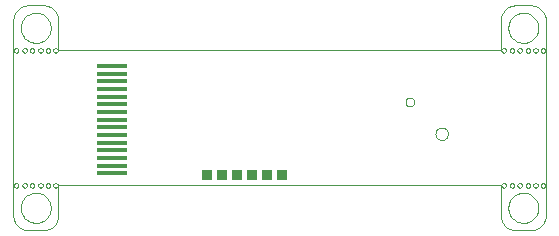
<source format=gbp>
G75*
%MOIN*%
%OFA0B0*%
%FSLAX24Y24*%
%IPPOS*%
%LPD*%
%AMOC8*
5,1,8,0,0,1.08239X$1,22.5*
%
%ADD10C,0.0000*%
%ADD11R,0.1024X0.0138*%
%ADD12R,0.0320X0.0350*%
D10*
X004943Y002893D02*
X005443Y002893D01*
X005487Y002895D01*
X005530Y002901D01*
X005572Y002910D01*
X005614Y002923D01*
X005654Y002940D01*
X005693Y002960D01*
X005730Y002983D01*
X005764Y003010D01*
X005797Y003039D01*
X005826Y003072D01*
X005853Y003106D01*
X005876Y003143D01*
X005896Y003182D01*
X005913Y003222D01*
X005926Y003264D01*
X005935Y003306D01*
X005941Y003349D01*
X005943Y003393D01*
X005943Y004393D01*
X020693Y004393D01*
X020693Y003393D01*
X020695Y003349D01*
X020701Y003306D01*
X020710Y003264D01*
X020723Y003222D01*
X020740Y003182D01*
X020760Y003143D01*
X020783Y003106D01*
X020810Y003072D01*
X020839Y003039D01*
X020872Y003010D01*
X020906Y002983D01*
X020943Y002960D01*
X020982Y002940D01*
X021022Y002923D01*
X021064Y002910D01*
X021106Y002901D01*
X021149Y002895D01*
X021193Y002893D01*
X021693Y002893D01*
X021737Y002895D01*
X021780Y002901D01*
X021822Y002910D01*
X021864Y002923D01*
X021904Y002940D01*
X021943Y002960D01*
X021980Y002983D01*
X022014Y003010D01*
X022047Y003039D01*
X022076Y003072D01*
X022103Y003106D01*
X022126Y003143D01*
X022146Y003182D01*
X022163Y003222D01*
X022176Y003264D01*
X022185Y003306D01*
X022191Y003349D01*
X022193Y003393D01*
X022193Y009893D01*
X022191Y009937D01*
X022185Y009980D01*
X022176Y010022D01*
X022163Y010064D01*
X022146Y010104D01*
X022126Y010143D01*
X022103Y010180D01*
X022076Y010214D01*
X022047Y010247D01*
X022014Y010276D01*
X021980Y010303D01*
X021943Y010326D01*
X021904Y010346D01*
X021864Y010363D01*
X021822Y010376D01*
X021780Y010385D01*
X021737Y010391D01*
X021693Y010393D01*
X021193Y010393D01*
X021149Y010391D01*
X021106Y010385D01*
X021064Y010376D01*
X021022Y010363D01*
X020982Y010346D01*
X020943Y010326D01*
X020906Y010303D01*
X020872Y010276D01*
X020839Y010247D01*
X020810Y010214D01*
X020783Y010180D01*
X020760Y010143D01*
X020740Y010104D01*
X020723Y010064D01*
X020710Y010022D01*
X020701Y009980D01*
X020695Y009937D01*
X020693Y009893D01*
X020693Y008893D01*
X005943Y008893D01*
X005943Y009893D01*
X005941Y009937D01*
X005935Y009980D01*
X005926Y010022D01*
X005913Y010064D01*
X005896Y010104D01*
X005876Y010143D01*
X005853Y010180D01*
X005826Y010214D01*
X005797Y010247D01*
X005764Y010276D01*
X005730Y010303D01*
X005693Y010326D01*
X005654Y010346D01*
X005614Y010363D01*
X005572Y010376D01*
X005530Y010385D01*
X005487Y010391D01*
X005443Y010393D01*
X004943Y010393D01*
X004899Y010391D01*
X004856Y010385D01*
X004814Y010376D01*
X004772Y010363D01*
X004732Y010346D01*
X004693Y010326D01*
X004656Y010303D01*
X004622Y010276D01*
X004589Y010247D01*
X004560Y010214D01*
X004533Y010180D01*
X004510Y010143D01*
X004490Y010104D01*
X004473Y010064D01*
X004460Y010022D01*
X004451Y009980D01*
X004445Y009937D01*
X004443Y009893D01*
X004443Y003393D01*
X004445Y003349D01*
X004451Y003306D01*
X004460Y003264D01*
X004473Y003222D01*
X004490Y003182D01*
X004510Y003143D01*
X004533Y003106D01*
X004560Y003072D01*
X004589Y003039D01*
X004622Y003010D01*
X004656Y002983D01*
X004693Y002960D01*
X004732Y002940D01*
X004772Y002923D01*
X004814Y002910D01*
X004856Y002901D01*
X004899Y002895D01*
X004943Y002893D01*
X004693Y003643D02*
X004695Y003687D01*
X004701Y003731D01*
X004711Y003774D01*
X004724Y003816D01*
X004741Y003857D01*
X004762Y003896D01*
X004786Y003933D01*
X004813Y003968D01*
X004843Y004000D01*
X004876Y004030D01*
X004912Y004056D01*
X004949Y004080D01*
X004989Y004099D01*
X005030Y004116D01*
X005073Y004128D01*
X005116Y004137D01*
X005160Y004142D01*
X005204Y004143D01*
X005248Y004140D01*
X005292Y004133D01*
X005335Y004122D01*
X005377Y004108D01*
X005417Y004090D01*
X005456Y004068D01*
X005492Y004044D01*
X005526Y004016D01*
X005558Y003985D01*
X005587Y003951D01*
X005613Y003915D01*
X005635Y003877D01*
X005654Y003837D01*
X005669Y003795D01*
X005681Y003753D01*
X005689Y003709D01*
X005693Y003665D01*
X005693Y003621D01*
X005689Y003577D01*
X005681Y003533D01*
X005669Y003491D01*
X005654Y003449D01*
X005635Y003409D01*
X005613Y003371D01*
X005587Y003335D01*
X005558Y003301D01*
X005526Y003270D01*
X005492Y003242D01*
X005456Y003218D01*
X005417Y003196D01*
X005377Y003178D01*
X005335Y003164D01*
X005292Y003153D01*
X005248Y003146D01*
X005204Y003143D01*
X005160Y003144D01*
X005116Y003149D01*
X005073Y003158D01*
X005030Y003170D01*
X004989Y003187D01*
X004949Y003206D01*
X004912Y003230D01*
X004876Y003256D01*
X004843Y003286D01*
X004813Y003318D01*
X004786Y003353D01*
X004762Y003390D01*
X004741Y003429D01*
X004724Y003470D01*
X004711Y003512D01*
X004701Y003555D01*
X004695Y003599D01*
X004693Y003643D01*
X004743Y004393D02*
X004745Y004410D01*
X004750Y004426D01*
X004759Y004440D01*
X004771Y004452D01*
X004785Y004461D01*
X004801Y004466D01*
X004818Y004468D01*
X004835Y004466D01*
X004851Y004461D01*
X004865Y004452D01*
X004877Y004440D01*
X004886Y004426D01*
X004891Y004410D01*
X004893Y004393D01*
X004891Y004376D01*
X004886Y004360D01*
X004877Y004346D01*
X004865Y004334D01*
X004851Y004325D01*
X004835Y004320D01*
X004818Y004318D01*
X004801Y004320D01*
X004785Y004325D01*
X004771Y004334D01*
X004759Y004346D01*
X004750Y004360D01*
X004745Y004376D01*
X004743Y004393D01*
X004462Y004393D02*
X004464Y004410D01*
X004469Y004426D01*
X004478Y004440D01*
X004490Y004452D01*
X004504Y004461D01*
X004520Y004466D01*
X004537Y004468D01*
X004554Y004466D01*
X004570Y004461D01*
X004584Y004452D01*
X004596Y004440D01*
X004605Y004426D01*
X004610Y004410D01*
X004612Y004393D01*
X004610Y004376D01*
X004605Y004360D01*
X004596Y004346D01*
X004584Y004334D01*
X004570Y004325D01*
X004554Y004320D01*
X004537Y004318D01*
X004520Y004320D01*
X004504Y004325D01*
X004490Y004334D01*
X004478Y004346D01*
X004469Y004360D01*
X004464Y004376D01*
X004462Y004393D01*
X004993Y004393D02*
X004995Y004410D01*
X005000Y004426D01*
X005009Y004440D01*
X005021Y004452D01*
X005035Y004461D01*
X005051Y004466D01*
X005068Y004468D01*
X005085Y004466D01*
X005101Y004461D01*
X005115Y004452D01*
X005127Y004440D01*
X005136Y004426D01*
X005141Y004410D01*
X005143Y004393D01*
X005141Y004376D01*
X005136Y004360D01*
X005127Y004346D01*
X005115Y004334D01*
X005101Y004325D01*
X005085Y004320D01*
X005068Y004318D01*
X005051Y004320D01*
X005035Y004325D01*
X005021Y004334D01*
X005009Y004346D01*
X005000Y004360D01*
X004995Y004376D01*
X004993Y004393D01*
X005274Y004393D02*
X005276Y004410D01*
X005281Y004426D01*
X005290Y004440D01*
X005302Y004452D01*
X005316Y004461D01*
X005332Y004466D01*
X005349Y004468D01*
X005366Y004466D01*
X005382Y004461D01*
X005396Y004452D01*
X005408Y004440D01*
X005417Y004426D01*
X005422Y004410D01*
X005424Y004393D01*
X005422Y004376D01*
X005417Y004360D01*
X005408Y004346D01*
X005396Y004334D01*
X005382Y004325D01*
X005366Y004320D01*
X005349Y004318D01*
X005332Y004320D01*
X005316Y004325D01*
X005302Y004334D01*
X005290Y004346D01*
X005281Y004360D01*
X005276Y004376D01*
X005274Y004393D01*
X005524Y004393D02*
X005526Y004410D01*
X005531Y004426D01*
X005540Y004440D01*
X005552Y004452D01*
X005566Y004461D01*
X005582Y004466D01*
X005599Y004468D01*
X005616Y004466D01*
X005632Y004461D01*
X005646Y004452D01*
X005658Y004440D01*
X005667Y004426D01*
X005672Y004410D01*
X005674Y004393D01*
X005672Y004376D01*
X005667Y004360D01*
X005658Y004346D01*
X005646Y004334D01*
X005632Y004325D01*
X005616Y004320D01*
X005599Y004318D01*
X005582Y004320D01*
X005566Y004325D01*
X005552Y004334D01*
X005540Y004346D01*
X005531Y004360D01*
X005526Y004376D01*
X005524Y004393D01*
X005774Y004393D02*
X005776Y004410D01*
X005781Y004426D01*
X005790Y004440D01*
X005802Y004452D01*
X005816Y004461D01*
X005832Y004466D01*
X005849Y004468D01*
X005866Y004466D01*
X005882Y004461D01*
X005896Y004452D01*
X005908Y004440D01*
X005917Y004426D01*
X005922Y004410D01*
X005924Y004393D01*
X005922Y004376D01*
X005917Y004360D01*
X005908Y004346D01*
X005896Y004334D01*
X005882Y004325D01*
X005866Y004320D01*
X005849Y004318D01*
X005832Y004320D01*
X005816Y004325D01*
X005802Y004334D01*
X005790Y004346D01*
X005781Y004360D01*
X005776Y004376D01*
X005774Y004393D01*
X005774Y008893D02*
X005776Y008910D01*
X005781Y008926D01*
X005790Y008940D01*
X005802Y008952D01*
X005816Y008961D01*
X005832Y008966D01*
X005849Y008968D01*
X005866Y008966D01*
X005882Y008961D01*
X005896Y008952D01*
X005908Y008940D01*
X005917Y008926D01*
X005922Y008910D01*
X005924Y008893D01*
X005922Y008876D01*
X005917Y008860D01*
X005908Y008846D01*
X005896Y008834D01*
X005882Y008825D01*
X005866Y008820D01*
X005849Y008818D01*
X005832Y008820D01*
X005816Y008825D01*
X005802Y008834D01*
X005790Y008846D01*
X005781Y008860D01*
X005776Y008876D01*
X005774Y008893D01*
X005524Y008893D02*
X005526Y008910D01*
X005531Y008926D01*
X005540Y008940D01*
X005552Y008952D01*
X005566Y008961D01*
X005582Y008966D01*
X005599Y008968D01*
X005616Y008966D01*
X005632Y008961D01*
X005646Y008952D01*
X005658Y008940D01*
X005667Y008926D01*
X005672Y008910D01*
X005674Y008893D01*
X005672Y008876D01*
X005667Y008860D01*
X005658Y008846D01*
X005646Y008834D01*
X005632Y008825D01*
X005616Y008820D01*
X005599Y008818D01*
X005582Y008820D01*
X005566Y008825D01*
X005552Y008834D01*
X005540Y008846D01*
X005531Y008860D01*
X005526Y008876D01*
X005524Y008893D01*
X005274Y008893D02*
X005276Y008910D01*
X005281Y008926D01*
X005290Y008940D01*
X005302Y008952D01*
X005316Y008961D01*
X005332Y008966D01*
X005349Y008968D01*
X005366Y008966D01*
X005382Y008961D01*
X005396Y008952D01*
X005408Y008940D01*
X005417Y008926D01*
X005422Y008910D01*
X005424Y008893D01*
X005422Y008876D01*
X005417Y008860D01*
X005408Y008846D01*
X005396Y008834D01*
X005382Y008825D01*
X005366Y008820D01*
X005349Y008818D01*
X005332Y008820D01*
X005316Y008825D01*
X005302Y008834D01*
X005290Y008846D01*
X005281Y008860D01*
X005276Y008876D01*
X005274Y008893D01*
X004993Y008893D02*
X004995Y008910D01*
X005000Y008926D01*
X005009Y008940D01*
X005021Y008952D01*
X005035Y008961D01*
X005051Y008966D01*
X005068Y008968D01*
X005085Y008966D01*
X005101Y008961D01*
X005115Y008952D01*
X005127Y008940D01*
X005136Y008926D01*
X005141Y008910D01*
X005143Y008893D01*
X005141Y008876D01*
X005136Y008860D01*
X005127Y008846D01*
X005115Y008834D01*
X005101Y008825D01*
X005085Y008820D01*
X005068Y008818D01*
X005051Y008820D01*
X005035Y008825D01*
X005021Y008834D01*
X005009Y008846D01*
X005000Y008860D01*
X004995Y008876D01*
X004993Y008893D01*
X004743Y008893D02*
X004745Y008910D01*
X004750Y008926D01*
X004759Y008940D01*
X004771Y008952D01*
X004785Y008961D01*
X004801Y008966D01*
X004818Y008968D01*
X004835Y008966D01*
X004851Y008961D01*
X004865Y008952D01*
X004877Y008940D01*
X004886Y008926D01*
X004891Y008910D01*
X004893Y008893D01*
X004891Y008876D01*
X004886Y008860D01*
X004877Y008846D01*
X004865Y008834D01*
X004851Y008825D01*
X004835Y008820D01*
X004818Y008818D01*
X004801Y008820D01*
X004785Y008825D01*
X004771Y008834D01*
X004759Y008846D01*
X004750Y008860D01*
X004745Y008876D01*
X004743Y008893D01*
X004462Y008893D02*
X004464Y008910D01*
X004469Y008926D01*
X004478Y008940D01*
X004490Y008952D01*
X004504Y008961D01*
X004520Y008966D01*
X004537Y008968D01*
X004554Y008966D01*
X004570Y008961D01*
X004584Y008952D01*
X004596Y008940D01*
X004605Y008926D01*
X004610Y008910D01*
X004612Y008893D01*
X004610Y008876D01*
X004605Y008860D01*
X004596Y008846D01*
X004584Y008834D01*
X004570Y008825D01*
X004554Y008820D01*
X004537Y008818D01*
X004520Y008820D01*
X004504Y008825D01*
X004490Y008834D01*
X004478Y008846D01*
X004469Y008860D01*
X004464Y008876D01*
X004462Y008893D01*
X004693Y009643D02*
X004695Y009687D01*
X004701Y009731D01*
X004711Y009774D01*
X004724Y009816D01*
X004741Y009857D01*
X004762Y009896D01*
X004786Y009933D01*
X004813Y009968D01*
X004843Y010000D01*
X004876Y010030D01*
X004912Y010056D01*
X004949Y010080D01*
X004989Y010099D01*
X005030Y010116D01*
X005073Y010128D01*
X005116Y010137D01*
X005160Y010142D01*
X005204Y010143D01*
X005248Y010140D01*
X005292Y010133D01*
X005335Y010122D01*
X005377Y010108D01*
X005417Y010090D01*
X005456Y010068D01*
X005492Y010044D01*
X005526Y010016D01*
X005558Y009985D01*
X005587Y009951D01*
X005613Y009915D01*
X005635Y009877D01*
X005654Y009837D01*
X005669Y009795D01*
X005681Y009753D01*
X005689Y009709D01*
X005693Y009665D01*
X005693Y009621D01*
X005689Y009577D01*
X005681Y009533D01*
X005669Y009491D01*
X005654Y009449D01*
X005635Y009409D01*
X005613Y009371D01*
X005587Y009335D01*
X005558Y009301D01*
X005526Y009270D01*
X005492Y009242D01*
X005456Y009218D01*
X005417Y009196D01*
X005377Y009178D01*
X005335Y009164D01*
X005292Y009153D01*
X005248Y009146D01*
X005204Y009143D01*
X005160Y009144D01*
X005116Y009149D01*
X005073Y009158D01*
X005030Y009170D01*
X004989Y009187D01*
X004949Y009206D01*
X004912Y009230D01*
X004876Y009256D01*
X004843Y009286D01*
X004813Y009318D01*
X004786Y009353D01*
X004762Y009390D01*
X004741Y009429D01*
X004724Y009470D01*
X004711Y009512D01*
X004701Y009555D01*
X004695Y009599D01*
X004693Y009643D01*
X017516Y007172D02*
X017518Y007196D01*
X017524Y007219D01*
X017533Y007241D01*
X017546Y007261D01*
X017561Y007279D01*
X017580Y007294D01*
X017601Y007306D01*
X017623Y007314D01*
X017646Y007319D01*
X017670Y007320D01*
X017694Y007317D01*
X017716Y007310D01*
X017738Y007300D01*
X017758Y007287D01*
X017775Y007270D01*
X017789Y007251D01*
X017800Y007230D01*
X017808Y007207D01*
X017812Y007184D01*
X017812Y007160D01*
X017808Y007137D01*
X017800Y007114D01*
X017789Y007093D01*
X017775Y007074D01*
X017758Y007057D01*
X017738Y007044D01*
X017716Y007034D01*
X017694Y007027D01*
X017670Y007024D01*
X017646Y007025D01*
X017623Y007030D01*
X017601Y007038D01*
X017580Y007050D01*
X017561Y007065D01*
X017546Y007083D01*
X017533Y007103D01*
X017524Y007125D01*
X017518Y007148D01*
X017516Y007172D01*
X018515Y006114D02*
X018517Y006142D01*
X018523Y006170D01*
X018532Y006196D01*
X018545Y006222D01*
X018561Y006245D01*
X018581Y006265D01*
X018603Y006283D01*
X018627Y006298D01*
X018653Y006309D01*
X018680Y006317D01*
X018708Y006321D01*
X018736Y006321D01*
X018764Y006317D01*
X018791Y006309D01*
X018817Y006298D01*
X018841Y006283D01*
X018863Y006265D01*
X018883Y006245D01*
X018899Y006222D01*
X018912Y006196D01*
X018921Y006170D01*
X018927Y006142D01*
X018929Y006114D01*
X018927Y006086D01*
X018921Y006058D01*
X018912Y006032D01*
X018899Y006006D01*
X018883Y005983D01*
X018863Y005963D01*
X018841Y005945D01*
X018817Y005930D01*
X018791Y005919D01*
X018764Y005911D01*
X018736Y005907D01*
X018708Y005907D01*
X018680Y005911D01*
X018653Y005919D01*
X018627Y005930D01*
X018603Y005945D01*
X018581Y005963D01*
X018561Y005983D01*
X018545Y006006D01*
X018532Y006032D01*
X018523Y006058D01*
X018517Y006086D01*
X018515Y006114D01*
X020712Y004393D02*
X020714Y004410D01*
X020719Y004426D01*
X020728Y004440D01*
X020740Y004452D01*
X020754Y004461D01*
X020770Y004466D01*
X020787Y004468D01*
X020804Y004466D01*
X020820Y004461D01*
X020834Y004452D01*
X020846Y004440D01*
X020855Y004426D01*
X020860Y004410D01*
X020862Y004393D01*
X020860Y004376D01*
X020855Y004360D01*
X020846Y004346D01*
X020834Y004334D01*
X020820Y004325D01*
X020804Y004320D01*
X020787Y004318D01*
X020770Y004320D01*
X020754Y004325D01*
X020740Y004334D01*
X020728Y004346D01*
X020719Y004360D01*
X020714Y004376D01*
X020712Y004393D01*
X020993Y004393D02*
X020995Y004410D01*
X021000Y004426D01*
X021009Y004440D01*
X021021Y004452D01*
X021035Y004461D01*
X021051Y004466D01*
X021068Y004468D01*
X021085Y004466D01*
X021101Y004461D01*
X021115Y004452D01*
X021127Y004440D01*
X021136Y004426D01*
X021141Y004410D01*
X021143Y004393D01*
X021141Y004376D01*
X021136Y004360D01*
X021127Y004346D01*
X021115Y004334D01*
X021101Y004325D01*
X021085Y004320D01*
X021068Y004318D01*
X021051Y004320D01*
X021035Y004325D01*
X021021Y004334D01*
X021009Y004346D01*
X021000Y004360D01*
X020995Y004376D01*
X020993Y004393D01*
X021243Y004393D02*
X021245Y004410D01*
X021250Y004426D01*
X021259Y004440D01*
X021271Y004452D01*
X021285Y004461D01*
X021301Y004466D01*
X021318Y004468D01*
X021335Y004466D01*
X021351Y004461D01*
X021365Y004452D01*
X021377Y004440D01*
X021386Y004426D01*
X021391Y004410D01*
X021393Y004393D01*
X021391Y004376D01*
X021386Y004360D01*
X021377Y004346D01*
X021365Y004334D01*
X021351Y004325D01*
X021335Y004320D01*
X021318Y004318D01*
X021301Y004320D01*
X021285Y004325D01*
X021271Y004334D01*
X021259Y004346D01*
X021250Y004360D01*
X021245Y004376D01*
X021243Y004393D01*
X021524Y004393D02*
X021526Y004410D01*
X021531Y004426D01*
X021540Y004440D01*
X021552Y004452D01*
X021566Y004461D01*
X021582Y004466D01*
X021599Y004468D01*
X021616Y004466D01*
X021632Y004461D01*
X021646Y004452D01*
X021658Y004440D01*
X021667Y004426D01*
X021672Y004410D01*
X021674Y004393D01*
X021672Y004376D01*
X021667Y004360D01*
X021658Y004346D01*
X021646Y004334D01*
X021632Y004325D01*
X021616Y004320D01*
X021599Y004318D01*
X021582Y004320D01*
X021566Y004325D01*
X021552Y004334D01*
X021540Y004346D01*
X021531Y004360D01*
X021526Y004376D01*
X021524Y004393D01*
X021774Y004393D02*
X021776Y004410D01*
X021781Y004426D01*
X021790Y004440D01*
X021802Y004452D01*
X021816Y004461D01*
X021832Y004466D01*
X021849Y004468D01*
X021866Y004466D01*
X021882Y004461D01*
X021896Y004452D01*
X021908Y004440D01*
X021917Y004426D01*
X021922Y004410D01*
X021924Y004393D01*
X021922Y004376D01*
X021917Y004360D01*
X021908Y004346D01*
X021896Y004334D01*
X021882Y004325D01*
X021866Y004320D01*
X021849Y004318D01*
X021832Y004320D01*
X021816Y004325D01*
X021802Y004334D01*
X021790Y004346D01*
X021781Y004360D01*
X021776Y004376D01*
X021774Y004393D01*
X022024Y004393D02*
X022026Y004410D01*
X022031Y004426D01*
X022040Y004440D01*
X022052Y004452D01*
X022066Y004461D01*
X022082Y004466D01*
X022099Y004468D01*
X022116Y004466D01*
X022132Y004461D01*
X022146Y004452D01*
X022158Y004440D01*
X022167Y004426D01*
X022172Y004410D01*
X022174Y004393D01*
X022172Y004376D01*
X022167Y004360D01*
X022158Y004346D01*
X022146Y004334D01*
X022132Y004325D01*
X022116Y004320D01*
X022099Y004318D01*
X022082Y004320D01*
X022066Y004325D01*
X022052Y004334D01*
X022040Y004346D01*
X022031Y004360D01*
X022026Y004376D01*
X022024Y004393D01*
X020943Y003643D02*
X020945Y003687D01*
X020951Y003731D01*
X020961Y003774D01*
X020974Y003816D01*
X020991Y003857D01*
X021012Y003896D01*
X021036Y003933D01*
X021063Y003968D01*
X021093Y004000D01*
X021126Y004030D01*
X021162Y004056D01*
X021199Y004080D01*
X021239Y004099D01*
X021280Y004116D01*
X021323Y004128D01*
X021366Y004137D01*
X021410Y004142D01*
X021454Y004143D01*
X021498Y004140D01*
X021542Y004133D01*
X021585Y004122D01*
X021627Y004108D01*
X021667Y004090D01*
X021706Y004068D01*
X021742Y004044D01*
X021776Y004016D01*
X021808Y003985D01*
X021837Y003951D01*
X021863Y003915D01*
X021885Y003877D01*
X021904Y003837D01*
X021919Y003795D01*
X021931Y003753D01*
X021939Y003709D01*
X021943Y003665D01*
X021943Y003621D01*
X021939Y003577D01*
X021931Y003533D01*
X021919Y003491D01*
X021904Y003449D01*
X021885Y003409D01*
X021863Y003371D01*
X021837Y003335D01*
X021808Y003301D01*
X021776Y003270D01*
X021742Y003242D01*
X021706Y003218D01*
X021667Y003196D01*
X021627Y003178D01*
X021585Y003164D01*
X021542Y003153D01*
X021498Y003146D01*
X021454Y003143D01*
X021410Y003144D01*
X021366Y003149D01*
X021323Y003158D01*
X021280Y003170D01*
X021239Y003187D01*
X021199Y003206D01*
X021162Y003230D01*
X021126Y003256D01*
X021093Y003286D01*
X021063Y003318D01*
X021036Y003353D01*
X021012Y003390D01*
X020991Y003429D01*
X020974Y003470D01*
X020961Y003512D01*
X020951Y003555D01*
X020945Y003599D01*
X020943Y003643D01*
X020993Y008893D02*
X020995Y008910D01*
X021000Y008926D01*
X021009Y008940D01*
X021021Y008952D01*
X021035Y008961D01*
X021051Y008966D01*
X021068Y008968D01*
X021085Y008966D01*
X021101Y008961D01*
X021115Y008952D01*
X021127Y008940D01*
X021136Y008926D01*
X021141Y008910D01*
X021143Y008893D01*
X021141Y008876D01*
X021136Y008860D01*
X021127Y008846D01*
X021115Y008834D01*
X021101Y008825D01*
X021085Y008820D01*
X021068Y008818D01*
X021051Y008820D01*
X021035Y008825D01*
X021021Y008834D01*
X021009Y008846D01*
X021000Y008860D01*
X020995Y008876D01*
X020993Y008893D01*
X020712Y008893D02*
X020714Y008910D01*
X020719Y008926D01*
X020728Y008940D01*
X020740Y008952D01*
X020754Y008961D01*
X020770Y008966D01*
X020787Y008968D01*
X020804Y008966D01*
X020820Y008961D01*
X020834Y008952D01*
X020846Y008940D01*
X020855Y008926D01*
X020860Y008910D01*
X020862Y008893D01*
X020860Y008876D01*
X020855Y008860D01*
X020846Y008846D01*
X020834Y008834D01*
X020820Y008825D01*
X020804Y008820D01*
X020787Y008818D01*
X020770Y008820D01*
X020754Y008825D01*
X020740Y008834D01*
X020728Y008846D01*
X020719Y008860D01*
X020714Y008876D01*
X020712Y008893D01*
X021243Y008893D02*
X021245Y008910D01*
X021250Y008926D01*
X021259Y008940D01*
X021271Y008952D01*
X021285Y008961D01*
X021301Y008966D01*
X021318Y008968D01*
X021335Y008966D01*
X021351Y008961D01*
X021365Y008952D01*
X021377Y008940D01*
X021386Y008926D01*
X021391Y008910D01*
X021393Y008893D01*
X021391Y008876D01*
X021386Y008860D01*
X021377Y008846D01*
X021365Y008834D01*
X021351Y008825D01*
X021335Y008820D01*
X021318Y008818D01*
X021301Y008820D01*
X021285Y008825D01*
X021271Y008834D01*
X021259Y008846D01*
X021250Y008860D01*
X021245Y008876D01*
X021243Y008893D01*
X021524Y008893D02*
X021526Y008910D01*
X021531Y008926D01*
X021540Y008940D01*
X021552Y008952D01*
X021566Y008961D01*
X021582Y008966D01*
X021599Y008968D01*
X021616Y008966D01*
X021632Y008961D01*
X021646Y008952D01*
X021658Y008940D01*
X021667Y008926D01*
X021672Y008910D01*
X021674Y008893D01*
X021672Y008876D01*
X021667Y008860D01*
X021658Y008846D01*
X021646Y008834D01*
X021632Y008825D01*
X021616Y008820D01*
X021599Y008818D01*
X021582Y008820D01*
X021566Y008825D01*
X021552Y008834D01*
X021540Y008846D01*
X021531Y008860D01*
X021526Y008876D01*
X021524Y008893D01*
X021774Y008893D02*
X021776Y008910D01*
X021781Y008926D01*
X021790Y008940D01*
X021802Y008952D01*
X021816Y008961D01*
X021832Y008966D01*
X021849Y008968D01*
X021866Y008966D01*
X021882Y008961D01*
X021896Y008952D01*
X021908Y008940D01*
X021917Y008926D01*
X021922Y008910D01*
X021924Y008893D01*
X021922Y008876D01*
X021917Y008860D01*
X021908Y008846D01*
X021896Y008834D01*
X021882Y008825D01*
X021866Y008820D01*
X021849Y008818D01*
X021832Y008820D01*
X021816Y008825D01*
X021802Y008834D01*
X021790Y008846D01*
X021781Y008860D01*
X021776Y008876D01*
X021774Y008893D01*
X022024Y008893D02*
X022026Y008910D01*
X022031Y008926D01*
X022040Y008940D01*
X022052Y008952D01*
X022066Y008961D01*
X022082Y008966D01*
X022099Y008968D01*
X022116Y008966D01*
X022132Y008961D01*
X022146Y008952D01*
X022158Y008940D01*
X022167Y008926D01*
X022172Y008910D01*
X022174Y008893D01*
X022172Y008876D01*
X022167Y008860D01*
X022158Y008846D01*
X022146Y008834D01*
X022132Y008825D01*
X022116Y008820D01*
X022099Y008818D01*
X022082Y008820D01*
X022066Y008825D01*
X022052Y008834D01*
X022040Y008846D01*
X022031Y008860D01*
X022026Y008876D01*
X022024Y008893D01*
X020943Y009643D02*
X020945Y009687D01*
X020951Y009731D01*
X020961Y009774D01*
X020974Y009816D01*
X020991Y009857D01*
X021012Y009896D01*
X021036Y009933D01*
X021063Y009968D01*
X021093Y010000D01*
X021126Y010030D01*
X021162Y010056D01*
X021199Y010080D01*
X021239Y010099D01*
X021280Y010116D01*
X021323Y010128D01*
X021366Y010137D01*
X021410Y010142D01*
X021454Y010143D01*
X021498Y010140D01*
X021542Y010133D01*
X021585Y010122D01*
X021627Y010108D01*
X021667Y010090D01*
X021706Y010068D01*
X021742Y010044D01*
X021776Y010016D01*
X021808Y009985D01*
X021837Y009951D01*
X021863Y009915D01*
X021885Y009877D01*
X021904Y009837D01*
X021919Y009795D01*
X021931Y009753D01*
X021939Y009709D01*
X021943Y009665D01*
X021943Y009621D01*
X021939Y009577D01*
X021931Y009533D01*
X021919Y009491D01*
X021904Y009449D01*
X021885Y009409D01*
X021863Y009371D01*
X021837Y009335D01*
X021808Y009301D01*
X021776Y009270D01*
X021742Y009242D01*
X021706Y009218D01*
X021667Y009196D01*
X021627Y009178D01*
X021585Y009164D01*
X021542Y009153D01*
X021498Y009146D01*
X021454Y009143D01*
X021410Y009144D01*
X021366Y009149D01*
X021323Y009158D01*
X021280Y009170D01*
X021239Y009187D01*
X021199Y009206D01*
X021162Y009230D01*
X021126Y009256D01*
X021093Y009286D01*
X021063Y009318D01*
X021036Y009353D01*
X021012Y009390D01*
X020991Y009429D01*
X020974Y009470D01*
X020961Y009512D01*
X020951Y009555D01*
X020945Y009599D01*
X020943Y009643D01*
D11*
X007724Y008372D03*
X007724Y008116D03*
X007724Y007860D03*
X007724Y007604D03*
X007724Y007349D03*
X007724Y007093D03*
X007724Y006837D03*
X007724Y006581D03*
X007724Y006325D03*
X007724Y006069D03*
X007724Y005813D03*
X007724Y005557D03*
X007724Y005301D03*
X007724Y005045D03*
X007724Y004789D03*
D12*
X010912Y004737D03*
X011412Y004737D03*
X011912Y004737D03*
X012412Y004737D03*
X012912Y004737D03*
X013412Y004737D03*
M02*

</source>
